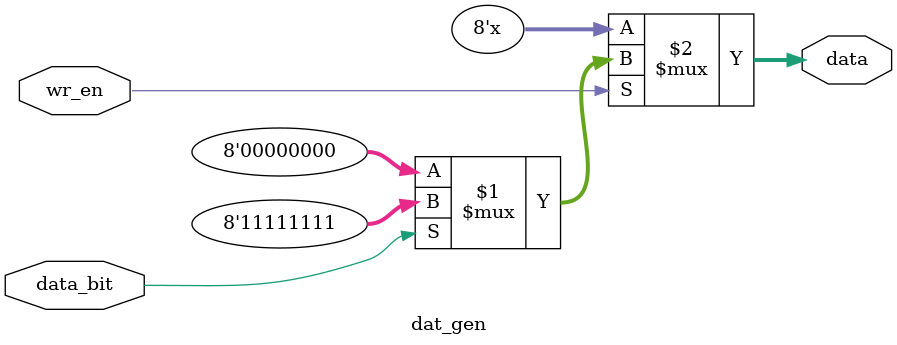
<source format=v>
module dat_gen (data_bit, wr_en, data);

parameter Dta_size=8;

input data_bit, wr_en;
output [Dta_size-1 : 0] data;


assign data = wr_en ? (data_bit ? {Dta_size{1'b1}} : {Dta_size{1'b0}}) :{Dta_size{1'bz}} ;


endmodule

</source>
